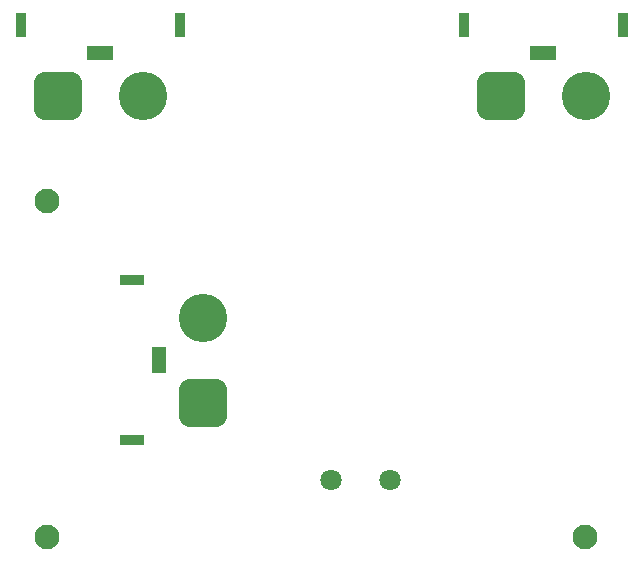
<source format=gbr>
%TF.GenerationSoftware,KiCad,Pcbnew,8.0.6*%
%TF.CreationDate,2025-02-22T22:44:17-05:00*%
%TF.ProjectId,Electrical schematic,456c6563-7472-4696-9361-6c2073636865,rev?*%
%TF.SameCoordinates,Original*%
%TF.FileFunction,Soldermask,Bot*%
%TF.FilePolarity,Negative*%
%FSLAX46Y46*%
G04 Gerber Fmt 4.6, Leading zero omitted, Abs format (unit mm)*
G04 Created by KiCad (PCBNEW 8.0.6) date 2025-02-22 22:44:17*
%MOMM*%
%LPD*%
G01*
G04 APERTURE LIST*
G04 Aperture macros list*
%AMRoundRect*
0 Rectangle with rounded corners*
0 $1 Rounding radius*
0 $2 $3 $4 $5 $6 $7 $8 $9 X,Y pos of 4 corners*
0 Add a 4 corners polygon primitive as box body*
4,1,4,$2,$3,$4,$5,$6,$7,$8,$9,$2,$3,0*
0 Add four circle primitives for the rounded corners*
1,1,$1+$1,$2,$3*
1,1,$1+$1,$4,$5*
1,1,$1+$1,$6,$7*
1,1,$1+$1,$8,$9*
0 Add four rect primitives between the rounded corners*
20,1,$1+$1,$2,$3,$4,$5,0*
20,1,$1+$1,$4,$5,$6,$7,0*
20,1,$1+$1,$6,$7,$8,$9,0*
20,1,$1+$1,$8,$9,$2,$3,0*%
G04 Aperture macros list end*
%ADD10C,2.100000*%
%ADD11C,1.803400*%
%ADD12R,0.900000X2.000000*%
%ADD13RoundRect,1.025000X-1.025000X-1.025000X1.025000X-1.025000X1.025000X1.025000X-1.025000X1.025000X0*%
%ADD14C,4.100000*%
%ADD15R,2.300000X1.300000*%
%ADD16R,2.000000X0.900000*%
%ADD17RoundRect,1.025000X1.025000X-1.025000X1.025000X1.025000X-1.025000X1.025000X-1.025000X-1.025000X0*%
%ADD18R,1.300000X2.300000*%
G04 APERTURE END LIST*
D10*
%TO.C,REF\u002A\u002A*%
X112500000Y-78000000D03*
%TD*%
%TO.C,REF\u002A\u002A*%
X112500000Y-106500000D03*
%TD*%
D11*
%TO.C,U5*%
X136499999Y-101699999D03*
X141499999Y-101699999D03*
%TD*%
D12*
%TO.C,J3*%
X110250000Y-63150000D03*
X123750000Y-63150000D03*
D13*
X113400000Y-69150000D03*
D14*
X120600000Y-69150000D03*
D15*
X117000000Y-65500000D03*
%TD*%
D12*
%TO.C,J5*%
X147750000Y-63150000D03*
X161250000Y-63150000D03*
D13*
X150900000Y-69150000D03*
D14*
X158100000Y-69150000D03*
D15*
X154500000Y-65500000D03*
%TD*%
D10*
%TO.C,REF\u002A\u002A*%
X158000000Y-106500000D03*
%TD*%
D16*
%TO.C,J2*%
X119650000Y-98250000D03*
X119650000Y-84750000D03*
D17*
X125650000Y-95100000D03*
D14*
X125650000Y-87900000D03*
D18*
X122000000Y-91500000D03*
%TD*%
M02*

</source>
